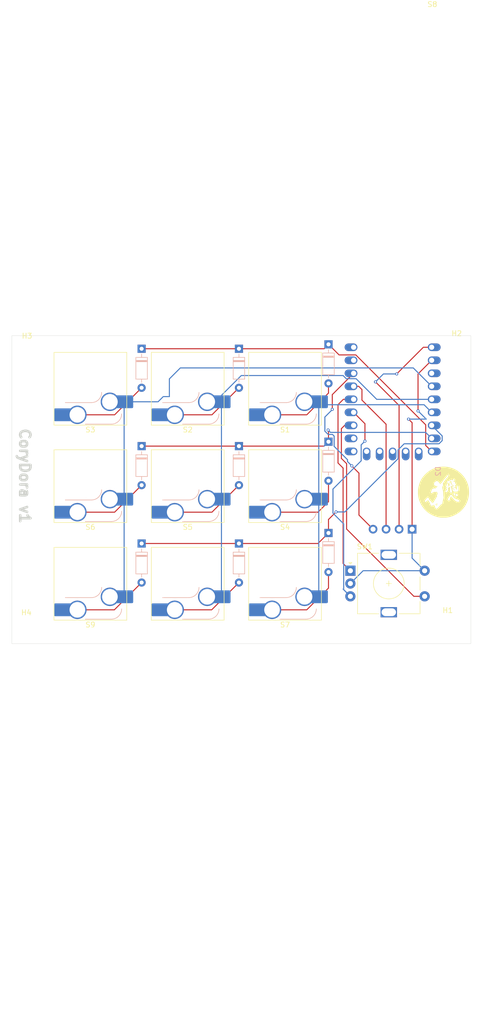
<source format=kicad_pcb>
(kicad_pcb (version 20240108) (generator "pcbnew") (generator_version "8.0")
  (layers (0 "F.Cu" signal) (31 "B.Cu" signal) (34 "B.Paste" user) (35 "F.Paste" user) (36 "B.SilkS" user "B.Silkscreen") (37 "F.SilkS" user "F.Silkscreen") (38 "B.Mask" user) (39 "F.Mask" user) (44 "Edge.Cuts" user))
  (net 0 "")
  (net 1 "Net-(D1-A)")
  (net 2 "ROW0")
  (net 3 "Net-(D2-A)")
  (net 4 "Net-(D3-A)")
  (net 5 "ROW1")
  (net 6 "Net-(D4-A)")
  (net 7 "Net-(D5-A)")
  (net 8 "Net-(D6-A)")
  (net 9 "ROW2")
  (net 10 "Net-(D7-A)")
  (net 11 "Net-(D8-A)")
  (net 12 "Net-(D9-A)")
  (net 13 "OLED_SDA")
  (net 14 "MCU_5V")
  (net 15 "OLED_SCL")
  (net 16 "GND")
  (net 17 "COLUMN0")
  (net 18 "COLUMN1")
  (net 19 "COLUMN2")
  (net 20 "ENCODER_A")
  (net 21 "ENCODER_B")
  (net 22 "ENCODER_SW")
  (footprint "Downloads:12" (layer "F.Cu") (at 165.5826 116.153662)
    (property "Reference" "G***" (hide yes))
    (property "Value" "LOGO" (hide yes))
  )
  (footprint "MountingHole:MountingHole_2.2mm_M2" (layer "F.Cu") (at 166.3954 142.417262)
    (property "Reference" "H1" (at 0 -3.2 0) (layer "F.SilkS"))
    (property "Value" "MountingHole")
    (pad "" np_thru_hole circle (at 0 0) (size 2.2 2.2) (drill 2.2) (layers "*.Cu" "*.Mask"))
  )
  (footprint "ScottoKeebs_Hotswap:Hotswap_MX_Plated_1.00u" (layer "F.Cu") (at 115.645 95.983262 180)
    (property "Reference" "S2" (at 0 -8 180) (layer "F.SilkS"))
    (property "Value" "Keyswitch")
    (pad "" np_thru_hole circle (at -5.08 0 180) (size 1.75 1.75) (drill 1.75) (layers "F&B.Cu" "*.Mask") (clearance 0.1))
    (pad "" np_thru_hole circle (at 0 0 180) (size 4 4) (drill 4) (layers "*.Cu" "*.Mask"))
    (pad "" np_thru_hole circle (at 5.08 0 180) (size 1.75 1.75) (drill 1.75) (layers "*.Cu" "*.Mask"))
    (pad "1" smd roundrect (at -6.585 -2.54 180) (size 3.55 2.5) (layers "B.Cu") (roundrect_rratio 0.1) (net 18 "COLUMN1"))
    (pad "1" thru_hole circle (at -3.81 -2.54 180) (size 3.6 3.6) (drill 3.05) (layers "*.Cu" "*.Mask") (net 18 "COLUMN1"))
    (pad "2" thru_hole circle (at 2.54 -5.08 180) (size 3.6 3.6) (drill 3.05) (layers "*.Cu" "*.Mask") (net 3 "Net-(D2-A)"))
    (pad "2" smd roundrect (at 5.32 -5.08 180) (size 3.55 2.5) (layers "B.Cu") (roundrect_rratio 0.1) (net 3 "Net-(D2-A)"))
  )
  (footprint "ScottoKeebs_Hotswap:Hotswap_MX_Plated_1.00u" (layer "F.Cu") (at 134.645 95.983262 180)
    (property "Reference" "S1" (at 0 -8 180) (layer "F.SilkS"))
    (property "Value" "Keyswitch")
    (pad "" np_thru_hole circle (at -5.08 0 180) (size 1.75 1.75) (drill 1.75) (layers "F&B.Cu" "*.Mask") (clearance 0.1))
    (pad "" np_thru_hole circle (at 0 0 180) (size 4 4) (drill 4) (layers "*.Cu" "*.Mask"))
    (pad "" np_thru_hole circle (at 5.08 0 180) (size 1.75 1.75) (drill 1.75) (layers "*.Cu" "*.Mask"))
    (pad "1" smd roundrect (at -6.585 -2.54 180) (size 3.55 2.5) (layers "B.Cu") (roundrect_rratio 0.1) (net 17 "COLUMN0"))
    (pad "1" thru_hole circle (at -3.81 -2.54 180) (size 3.6 3.6) (drill 3.05) (layers "*.Cu" "*.Mask") (net 17 "COLUMN0"))
    (pad "2" thru_hole circle (at 2.54 -5.08 180) (size 3.6 3.6) (drill 3.05) (layers "*.Cu" "*.Mask") (net 1 "Net-(D1-A)"))
    (pad "2" smd roundrect (at 5.32 -5.08 180) (size 3.55 2.5) (layers "B.Cu") (roundrect_rratio 0.1) (net 1 "Net-(D1-A)"))
  )
  (footprint "MountingHole:MountingHole_2.2mm_M2" (layer "F.Cu") (at 84.1502 142.849062)
    (property "Reference" "H4" (at 0 -3.2 0) (layer "F.SilkS"))
    (property "Value" "MountingHole")
    (pad "" np_thru_hole circle (at 0 0) (size 2.2 2.2) (drill 2.2) (layers "*.Cu" "*.Mask"))
  )
  (footprint "Rotary_Encoder:RotaryEncoder_Alps_EC11E-Switch_Vertical_H20mm" (layer "F.Cu") (at 147.395 131.483262)
    (property "Reference" "SW1" (at 2.8 -4.7 0) (layer "F.SilkS"))
    (property "Value" "RotaryEncoder_Switch")
    (pad "A" thru_hole rect (at 0 0) (size 2 2) (drill 1) (layers "*.Cu" "*.Mask") (net 20 "ENCODER_A"))
    (pad "B" thru_hole circle (at 0 5) (size 2 2) (drill 1) (layers "*.Cu" "*.Mask") (net 21 "ENCODER_B"))
    (pad "C" thru_hole circle (at 0 2.5) (size 2 2) (drill 1) (layers "*.Cu" "*.Mask") (net 16 "GND"))
    (pad "MP" thru_hole rect (at 7.5 -3.1) (size 3.2 2) (drill oval 2.8 1.5) (layers "*.Cu" "*.Mask"))
    (pad "MP" thru_hole rect (at 7.5 8.1) (size 3.2 2) (drill oval 2.8 1.5) (layers "*.Cu" "*.Mask"))
    (pad "S1" thru_hole circle (at 14.5 5) (size 2 2) (drill 1) (layers "*.Cu" "*.Mask") (net 22 "ENCODER_SW"))
    (pad "S2" thru_hole circle (at 14.5 0) (size 2 2) (drill 1) (layers "*.Cu" "*.Mask") (net 16 "GND"))
  )
  (footprint "ScottoKeebs_Hotswap:Hotswap_MX_Plated_1.00u" (layer "F.Cu") (at 96.645 95.983262 180)
    (property "Reference" "S3" (at 0 -8 180) (layer "F.SilkS"))
    (property "Value" "Keyswitch")
    (pad "" np_thru_hole circle (at -5.08 0 180) (size 1.75 1.75) (drill 1.75) (layers "F&B.Cu" "*.Mask") (clearance 0.1))
    (pad "" np_thru_hole circle (at 0 0 180) (size 4 4) (drill 4) (layers "*.Cu" "*.Mask"))
    (pad "" np_thru_hole circle (at 5.08 0 180) (size 1.75 1.75) (drill 1.75) (layers "*.Cu" "*.Mask"))
    (pad "1" smd roundrect (at -6.585 -2.54 180) (size 3.55 2.5) (layers "B.Cu") (roundrect_rratio 0.1) (net 19 "COLUMN2"))
    (pad "1" thru_hole circle (at -3.81 -2.54 180) (size 3.6 3.6) (drill 3.05) (layers "*.Cu" "*.Mask") (net 19 "COLUMN2"))
    (pad "2" thru_hole circle (at 2.54 -5.08 180) (size 3.6 3.6) (drill 3.05) (layers "*.Cu" "*.Mask") (net 4 "Net-(D3-A)"))
    (pad "2" smd roundrect (at 5.32 -5.08 180) (size 3.55 2.5) (layers "B.Cu") (roundrect_rratio 0.1) (net 4 "Net-(D3-A)"))
  )
  (footprint "MountingHole:MountingHole_2.2mm_M2" (layer "F.Cu") (at 84.2772 88.874062)
    (property "Reference" "H3" (at 0 -3.2 0) (layer "F.SilkS"))
    (property "Value" "MountingHole")
    (pad "" np_thru_hole circle (at 0 0) (size 2.2 2.2) (drill 2.2) (layers "*.Cu" "*.Mask"))
  )
  (footprint "ScottoKeebs_Hotswap:Hotswap_MX_Plated_1.00u" (layer "F.Cu") (at 115.645 134.033262 180)
    (property "Reference" "S8" (at -47.75 113.058262 180) (layer "F.SilkS"))
    (property "Value" "Keyswitch")
    (pad "" np_thru_hole circle (at -5.08 0 180) (size 1.75 1.75) (drill 1.75) (layers "F&B.Cu" "*.Mask") (clearance 0.1))
    (pad "" np_thru_hole circle (at 0 0 180) (size 4 4) (drill 4) (layers "*.Cu" "*.Mask"))
    (pad "" np_thru_hole circle (at 5.08 0 180) (size 1.75 1.75) (drill 1.75) (layers "*.Cu" "*.Mask"))
    (pad "1" smd roundrect (at -6.585 -2.54 180) (size 3.55 2.5) (layers "B.Cu") (roundrect_rratio 0.1) (net 18 "COLUMN1"))
    (pad "1" thru_hole circle (at -3.81 -2.54 180) (size 3.6 3.6) (drill 3.05) (layers "*.Cu" "*.Mask") (net 18 "COLUMN1"))
    (pad "2" thru_hole circle (at 2.54 -5.08 180) (size 3.6 3.6) (drill 3.05) (layers "*.Cu" "*.Mask") (net 11 "Net-(D8-A)"))
    (pad "2" smd roundrect (at 5.32 -5.08 180) (size 3.55 2.5) (layers "B.Cu") (roundrect_rratio 0.1) (net 11 "Net-(D8-A)"))
  )
  (footprint "ScottoKeebs_Hotswap:Hotswap_MX_Plated_1.00u" (layer "F.Cu") (at 96.645 114.983262 180)
    (property "Reference" "S6" (at 0 -8 180) (layer "F.SilkS"))
    (property "Value" "Keyswitch")
    (pad "" np_thru_hole circle (at -5.08 0 180) (size 1.75 1.75) (drill 1.75) (layers "F&B.Cu" "*.Mask") (clearance 0.1))
    (pad "" np_thru_hole circle (at 0 0 180) (size 4 4) (drill 4) (layers "*.Cu" "*.Mask"))
    (pad "" np_thru_hole circle (at 5.08 0 180) (size 1.75 1.75) (drill 1.75) (layers "*.Cu" "*.Mask"))
    (pad "1" smd roundrect (at -6.585 -2.54 180) (size 3.55 2.5) (layers "B.Cu") (roundrect_rratio 0.1) (net 19 "COLUMN2"))
    (pad "1" thru_hole circle (at -3.81 -2.54 180) (size 3.6 3.6) (drill 3.05) (layers "*.Cu" "*.Mask") (net 19 "COLUMN2"))
    (pad "2" thru_hole circle (at 2.54 -5.08 180) (size 3.6 3.6) (drill 3.05) (layers "*.Cu" "*.Mask") (net 8 "Net-(D6-A)"))
    (pad "2" smd roundrect (at 5.32 -5.08 180) (size 3.55 2.5) (layers "B.Cu") (roundrect_rratio 0.1) (net 8 "Net-(D6-A)"))
  )
  (footprint "ScottoKeebs_Hotswap:Hotswap_MX_Plated_1.00u" (layer "F.Cu") (at 96.645 134.033262 180)
    (property "Reference" "S9" (at 0 -8 180) (layer "F.SilkS"))
    (property "Value" "Keyswitch")
    (pad "" np_thru_hole circle (at -5.08 0 180) (size 1.75 1.75) (drill 1.75) (layers "F&B.Cu" "*.Mask") (clearance 0.1))
    (pad "" np_thru_hole circle (at 0 0 180) (size 4 4) (drill 4) (layers "*.Cu" "*.Mask"))
    (pad "" np_thru_hole circle (at 5.08 0 180) (size 1.75 1.75) (drill 1.75) (layers "*.Cu" "*.Mask"))
    (pad "1" smd roundrect (at -6.585 -2.54 180) (size 3.55 2.5) (layers "B.Cu") (roundrect_rratio 0.1) (net 19 "COLUMN2"))
    (pad "1" thru_hole circle (at -3.81 -2.54 180) (size 3.6 3.6) (drill 3.05) (layers "*.Cu" "*.Mask") (net 19 "COLUMN2"))
    (pad "2" thru_hole circle (at 2.54 -5.08 180) (size 3.6 3.6) (drill 3.05) (layers "*.Cu" "*.Mask") (net 12 "Net-(D9-A)"))
    (pad "2" smd roundrect (at 5.32 -5.08 180) (size 3.55 2.5) (layers "B.Cu") (roundrect_rratio 0.1) (net 12 "Net-(D9-A)"))
  )
  (footprint "ScottoKeebs_Hotswap:Hotswap_MX_Plated_1.00u" (layer "F.Cu") (at 134.645 114.983262 180)
    (property "Reference" "S4" (at 0 -8 180) (layer "F.SilkS"))
    (property "Value" "Keyswitch")
    (pad "" np_thru_hole circle (at -5.08 0 180) (size 1.75 1.75) (drill 1.75) (layers "F&B.Cu" "*.Mask") (clearance 0.1))
    (pad "" np_thru_hole circle (at 0 0 180) (size 4 4) (drill 4) (layers "*.Cu" "*.Mask"))
    (pad "" np_thru_hole circle (at 5.08 0 180) (size 1.75 1.75) (drill 1.75) (layers "*.Cu" "*.Mask"))
    (pad "1" smd roundrect (at -6.585 -2.54 180) (size 3.55 2.5) (layers "B.Cu") (roundrect_rratio 0.1) (net 17 "COLUMN0"))
    (pad "1" thru_hole circle (at -3.81 -2.54 180) (size 3.6 3.6) (drill 3.05) (layers "*.Cu" "*.Mask") (net 17 "COLUMN0"))
    (pad "2" thru_hole circle (at 2.54 -5.08 180) (size 3.6 3.6) (drill 3.05) (layers "*.Cu" "*.Mask") (net 6 "Net-(D4-A)"))
    (pad "2" smd roundrect (at 5.32 -5.08 180) (size 3.55 2.5) (layers "B.Cu") (roundrect_rratio 0.1) (net 6 "Net-(D4-A)"))
  )
  (footprint "ScottoKeebs_Hotswap:Hotswap_MX_Plated_1.00u" (layer "F.Cu") (at 134.645 134.033262 180)
    (property "Reference" "S7" (at 0 -8 180) (layer "F.SilkS"))
    (property "Value" "Keyswitch")
    (pad "" np_thru_hole circle (at -5.08 0 180) (size 1.75 1.75) (drill 1.75) (layers "F&B.Cu" "*.Mask") (clearance 0.1))
    (pad "" np_thru_hole circle (at 0 0 180) (size 4 4) (drill 4) (layers "*.Cu" "*.Mask"))
    (pad "" np_thru_hole circle (at 5.08 0 180) (size 1.75 1.75) (drill 1.75) (layers "*.Cu" "*.Mask"))
    (pad "1" smd roundrect (at -6.585 -2.54 180) (size 3.55 2.5) (layers "B.Cu") (roundrect_rratio 0.1) (net 17 "COLUMN0"))
    (pad "1" thru_hole circle (at -3.81 -2.54 180) (size 3.6 3.6) (drill 3.05) (layers "*.Cu" "*.Mask") (net 17 "COLUMN0"))
    (pad "2" thru_hole circle (at 2.54 -5.08 180) (size 3.6 3.6) (drill 3.05) (layers "*.Cu" "*.Mask") (net 10 "Net-(D7-A)"))
    (pad "2" smd roundrect (at 5.32 -5.08 180) (size 3.55 2.5) (layers "B.Cu") (roundrect_rratio 0.1) (net 10 "Net-(D7-A)"))
  )
  (footprint "ScottoKeebs_Components:OLED_128x32" (layer "F.Cu") (at 149.645 124.983262 90)
    (property "Reference" "J1" (hide yes))
    (property "Value" "OLED_128x32")
    (pad "1" thru_hole rect (at 1.6 9.8 270) (size 1.7 1.7) (drill 1) (layers "*.Cu" "*.Mask") (net 16 "GND"))
    (pad "2" thru_hole oval (at 1.6 7.26 270) (size 1.7 1.7) (drill 1) (layers "*.Cu" "*.Mask") (net 14 "MCU_5V"))
    (pad "3" thru_hole oval (at 1.6 4.72 270) (size 1.7 1.7) (drill 1) (layers "*.Cu" "*.Mask") (net 15 "OLED_SCL"))
    (pad "4" thru_hole oval (at 1.6 2.18 270) (size 1.7 1.7) (drill 1) (layers "*.Cu" "*.Mask") (net 13 "OLED_SDA"))
  )
  (footprint "MountingHole:MountingHole_2.2mm_M2" (layer "F.Cu") (at 168.148 88.391462)
    (property "Reference" "H2" (at 0 -3.2 0) (layer "F.SilkS"))
    (property "Value" "MountingHole")
    (pad "" np_thru_hole circle (at 0 0) (size 2.2 2.2) (drill 2.2) (layers "*.Cu" "*.Mask"))
  )
  (footprint "ScottoKeebs_Hotswap:Hotswap_MX_Plated_1.00u" (layer "F.Cu") (at 115.645 114.983262 180)
    (property "Reference" "S5" (at 0 -8 180) (layer "F.SilkS"))
    (property "Value" "Keyswitch")
    (pad "" np_thru_hole circle (at -5.08 0 180) (size 1.75 1.75) (drill 1.75) (layers "F&B.Cu" "*.Mask") (clearance 0.1))
    (pad "" np_thru_hole circle (at 0 0 180) (size 4 4) (drill 4) (layers "*.Cu" "*.Mask"))
    (pad "" np_thru_hole circle (at 5.08 0 180) (size 1.75 1.75) (drill 1.75) (layers "*.Cu" "*.Mask"))
    (pad "1" smd roundrect (at -6.585 -2.54 180) (size 3.55 2.5) (layers "B.Cu") (roundrect_rratio 0.1) (net 18 "COLUMN1"))
    (pad "1" thru_hole circle (at -3.81 -2.54 180) (size 3.6 3.6) (drill 3.05) (layers "*.Cu" "*.Mask") (net 18 "COLUMN1"))
    (pad "2" thru_hole circle (at 2.54 -5.08 180) (size 3.6 3.6) (drill 3.05) (layers "*.Cu" "*.Mask") (net 7 "Net-(D5-A)"))
    (pad "2" smd roundrect (at 5.32 -5.08 180) (size 3.55 2.5) (layers "B.Cu") (roundrect_rratio 0.1) (net 7 "Net-(D5-A)"))
  )
  (footprint "ScottoKeebs_Components:Diode_DO-35" (layer "B.Cu") (at 125.645 107.173262 -90)
    (property "Reference" "D5" (hide yes))
    (property "Value" "Diode" (hide yes))
    (pad "1" thru_hole rect (at 0 0 270) (size 1.6 1.6) (drill 0.8) (layers "*.Cu" "*.Mask") (net 5 "ROW1"))
    (pad "2" thru_hole oval (at 7.62 0 270) (size 1.6 1.6) (drill 0.8) (layers "*.Cu" "*.Mask") (net 7 "Net-(D5-A)"))
  )
  (footprint "ScottoKeebs_Components:Diode_DO-35" (layer "B.Cu") (at 143.125932 87.312816 -90)
    (property "Reference" "D1" (hide yes))
    (property "Value" "Diode" (hide yes))
    (pad "1" thru_hole rect (at 0 0 270) (size 1.6 1.6) (drill 0.8) (layers "*.Cu" "*.Mask") (net 2 "ROW0"))
    (pad "2" thru_hole oval (at 7.62 0 270) (size 1.6 1.6) (drill 0.8) (layers "*.Cu" "*.Mask") (net 1 "Net-(D1-A)"))
  )
  (footprint "ScottoKeebs_Components:Diode_DO-35" (layer "B.Cu") (at 106.645 107.173262 -90)
    (property "Reference" "D6" (hide yes))
    (property "Value" "Diode" (hide yes))
    (pad "1" thru_hole rect (at 0 0 270) (size 1.6 1.6) (drill 0.8) (layers "*.Cu" "*.Mask") (net 5 "ROW1"))
    (pad "2" thru_hole oval (at 7.62 0 270) (size 1.6 1.6) (drill 0.8) (layers "*.Cu" "*.Mask") (net 8 "Net-(D6-A)"))
  )
  (footprint "ScottoKeebs_Components:Diode_DO-35" (layer "B.Cu") (at 143.125932 124.122816 -90)
    (property "Reference" "D7" (hide yes))
    (property "Value" "Diode" (hide yes))
    (pad "1" thru_hole rect (at 0 0 270) (size 1.6 1.6) (drill 0.8) (layers "*.Cu" "*.Mask") (net 9 "ROW2"))
    (pad "2" thru_hole oval (at 7.62 0 270) (size 1.6 1.6) (drill 0.8) (layers "*.Cu" "*.Mask") (net 10 "Net-(D7-A)"))
  )
  (footprint "ScottoKeebs_Components:Diode_DO-35" (layer "B.Cu") (at 106.645 88.173262 -90)
    (property "Reference" "D3" (hide yes))
    (property "Value" "Diode" (hide yes))
    (pad "1" thru_hole rect (at 0 0 270) (size 1.6 1.6) (drill 0.8) (layers "*.Cu" "*.Mask") (net 2 "ROW0"))
    (pad "2" thru_hole oval (at 7.62 0 270) (size 1.6 1.6) (drill 0.8) (layers "*.Cu" "*.Mask") (net 4 "Net-(D3-A)"))
  )
  (footprint "ScottoKeebs_Components:Diode_DO-35" (layer "B.Cu") (at 125.645 126.173262 -90)
    (property "Reference" "D8" (hide yes))
    (property "Value" "Diode" (hide yes))
    (pad "1" thru_hole rect (at 0 0 270) (size 1.6 1.6) (drill 0.8) (layers "*.Cu" "*.Mask") (net 9 "ROW2"))
    (pad "2" thru_hole oval (at 7.62 0 270) (size 1.6 1.6) (drill 0.8) (layers "*.Cu" "*.Mask") (net 11 "Net-(D8-A)"))
  )
  (footprint "ScottoKeebs_Components:Diode_DO-35" (layer "B.Cu") (at 125.645 88.173262 -90)
    (property "Reference" "D2" (at 23.915 -38.883262 90) (layer "B.SilkS") (effects (justify mirror)))
    (property "Value" "Diode" (hide yes))
    (pad "1" thru_hole rect (at 0 0 270) (size 1.6 1.6) (drill 0.8) (layers "*.Cu" "*.Mask") (net 2 "ROW0"))
    (pad "2" thru_hole oval (at 7.62 0 270) (size 1.6 1.6) (drill 0.8) (layers "*.Cu" "*.Mask") (net 3 "Net-(D2-A)"))
  )
  (footprint "ScottoKeebs_Components:Diode_DO-35" (layer "B.Cu") (at 143.125932 106.312816 -90)
    (property "Reference" "D4" (hide yes))
    (property "Value" "Diode" (hide yes))
    (pad "1" thru_hole rect (at 0 0 270) (size 1.6 1.6) (drill 0.8) (layers "*.Cu" "*.Mask") (net 5 "ROW1"))
    (pad "2" thru_hole oval (at 7.62 0 270) (size 1.6 1.6) (drill 0.8) (layers "*.Cu" "*.Mask") (net 6 "Net-(D4-A)"))
  )
  (footprint "ScottoKeebs_MCU:RP2040_Zero" (layer "B.Cu") (at 155.645 98.047153 180)
    (property "Reference" "U1" (hide yes))
    (property "Value" "RP2040_Zero" (hide yes))
    (pad "1" thru_hole oval (at 7.62 10.16) (size 2.5 1.5) (drill 1 (offset -0.5 0)) (layers "*.Cu" "*.Mask"))
    (pad "2" thru_hole oval (at 7.62 7.62) (size 2.5 1.5) (drill 1 (offset -0.5 0)) (layers "*.Cu" "*.Mask"))
    (pad "3" thru_hole oval (at 7.62 5.08) (size 2.5 1.5) (drill 1 (offset -0.5 0)) (layers "*.Cu" "*.Mask") (net 13 "OLED_SDA"))
    (pad "4" thru_hole oval (at 7.62 2.54) (size 2.5 1.5) (drill 1 (offset -0.5 0)) (layers "*.Cu" "*.Mask") (net 15 "OLED_SCL"))
    (pad "5" thru_hole oval (at 7.62 0) (size 2.5 1.5) (drill 1 (offset -0.5 0)) (layers "*.Cu" "*.Mask") (net 20 "ENCODER_A"))
    (pad "6" thru_hole oval (at 7.62 -2.54) (size 2.5 1.5) (drill 1 (offset -0.5 0)) (layers "*.Cu" "*.Mask") (net 21 "ENCODER_B"))
    (pad "7" thru_hole oval (at 7.62 -5.08) (size 2.5 1.5) (drill 1 (offset -0.5 0)) (layers "*.Cu" "*.Mask") (net 22 "ENCODER_SW"))
    (pad "8" thru_hole oval (at 7.62 -7.62) (size 2.5 1.5) (drill 1 (offset -0.5 0)) (layers "*.Cu" "*.Mask"))
    (pad "9" thru_hole oval (at 7.62 -10.16) (size 2.5 1.5) (drill 1 (offset -0.5 0)) (layers "*.Cu" "*.Mask"))
    (pad "10" thru_hole oval (at 5.08 -10.16 90) (size 2.5 1.5) (drill 1 (offset -0.5 0)) (layers "*.Cu" "*.Mask"))
    (pad "11" thru_hole oval (at 2.54 -10.16 90) (size 2.5 1.5) (drill 1 (offset -0.5 0)) (layers "*.Cu" "*.Mask"))
    (pad "12" thru_hole oval (at 0 -10.16 90) (size 2.5 1.5) (drill 1 (offset -0.5 0)) (layers "*.Cu" "*.Mask"))
    (pad "13" thru_hole oval (at -2.54 -10.16 90) (size 2.5 1.5) (drill 1 (offset -0.5 0)) (layers "*.Cu" "*.Mask"))
    (pad "14" thru_hole oval (at -5.08 -10.16 90) (size 2.5 1.5) (drill 1 (offset -0.5 0)) (layers "*.Cu" "*.Mask"))
    (pad "15" thru_hole oval (at -7.62 -10.16 180) (size 2.5 1.5) (drill 1 (offset -0.5 0)) (layers "*.Cu" "*.Mask") (net 2 "ROW0"))
    (pad "16" thru_hole oval (at -7.62 -7.62 180) (size 2.5 1.5) (drill 1 (offset -0.5 0)) (layers "*.Cu" "*.Mask") (net 5 "ROW1"))
    (pad "17" thru_hole oval (at -7.62 -5.08 180) (size 2.5 1.5) (drill 1 (offset -0.5 0)) (layers "*.Cu" "*.Mask") (net 9 "ROW2"))
    (pad "18" thru_hole oval (at -7.62 -2.54 180) (size 2.5 1.5) (drill 1 (offset -0.5 0)) (layers "*.Cu" "*.Mask") (net 17 "COLUMN0"))
    (pad "19" thru_hole oval (at -7.62 0 180) (size 2.5 1.5) (drill 1 (offset -0.5 0)) (layers "*.Cu" "*.Mask") (net 18 "COLUMN1"))
    (pad "20" thru_hole oval (at -7.62 2.54 180) (size 2.5 1.5) (drill 1 (offset -0.5 0)) (layers "*.Cu" "*.Mask") (net 19 "COLUMN2"))
    (pad "21" thru_hole oval (at -7.62 5.08 180) (size 2.5 1.5) (drill 1 (offset -0.5 0)) (layers "*.Cu" "*.Mask"))
    (pad "22" thru_hole oval (at -7.62 7.62 180) (size 2.5 1.5) (drill 1 (offset -0.5 0)) (layers "*.Cu" "*.Mask") (net 16 "GND"))
    (pad "23" thru_hole oval (at -7.62 10.16 180) (size 2.5 1.5) (drill 1 (offset -0.5 0)) (layers "*.Cu" "*.Mask") (net 14 "MCU_5V"))
  )
  (footprint "ScottoKeebs_Components:Diode_DO-35" (layer "B.Cu") (at 106.645 126.173262 -90)
    (property "Reference" "D9" (hide yes))
    (property "Value" "Diode" (hide yes))
    (pad "1" thru_hole rect (at 0 0 270) (size 1.6 1.6) (drill 0.8) (layers "*.Cu" "*.Mask") (net 9 "ROW2"))
    (pad "2" thru_hole oval (at 7.62 0 270) (size 1.6 1.6) (drill 0.8) (layers "*.Cu" "*.Mask") (net 12 "Net-(D9-A)"))
  )
  (gr_rect (start 81.3054 85.622862) (end 170.9166 145.719262) (stroke (width 0.05)) (fill none) (layer "Edge.Cuts"))
  (gr_text "CoryDora v1" (at 82.677 103.479062 270) (layer "Edge.Cuts") (effects (font (size 2 2) (thickness 0.5) (bold yes)) (justify left bottom)))
  (segment (start 143.125932 94.932816) (end 143.125932 96.822179) (width 0.2) (layer "F.Cu") (net 1))
  (segment (start 138.884849 101.063262) (end 132.105 101.063262) (width 0.2) (layer "F.Cu") (net 1))
  (segment (start 143.125932 96.822179) (end 138.884849 101.063262) (width 0.2) (layer "F.Cu") (net 1))
  (segment (start 162.1028 103.020029) (end 162.1028 107.044953) (width 0.2) (layer "F.Cu") (net 2))
  (segment (start 148.459924 89.377153) (end 162.1028 103.020029) (width 0.2) (layer "F.Cu") (net 2))
  (segment (start 142.265486 88.173262) (end 143.125932 87.312816) (width 0.2) (layer "F.Cu") (net 2))
  (segment (start 106.645 88.173262) (end 125.645 88.173262) (width 0.2) (layer "F.Cu") (net 2))
  (segment (start 125.645 88.173262) (end 142.265486 88.173262) (width 0.2) (layer "F.Cu") (net 2))
  (segment (start 145.190269 89.377153) (end 148.459924 89.377153) (width 0.2) (layer "F.Cu") (net 2))
  (segment (start 143.125932 87.312816) (end 145.190269 89.377153) (width 0.2) (layer "F.Cu") (net 2))
  (segment (start 162.1028 107.044953) (end 163.265 108.207153) (width 0.2) (layer "F.Cu") (net 2))
  (segment (start 125.645 95.793262) (end 120.375 101.063262) (width 0.2) (layer "F.Cu") (net 3))
  (segment (start 120.375 101.063262) (end 113.105 101.063262) (width 0.2) (layer "F.Cu") (net 3))
  (segment (start 106.645 95.793262) (end 101.375 101.063262) (width 0.2) (layer "F.Cu") (net 4))
  (segment (start 101.375 101.063262) (end 94.105 101.063262) (width 0.2) (layer "F.Cu") (net 4))
  (segment (start 125.645 107.173262) (end 142.265486 107.173262) (width 0.2) (layer "F.Cu") (net 5))
  (segment (start 142.265486 107.173262) (end 143.125932 106.312816) (width 0.2) (layer "F.Cu") (net 5))
  (segment (start 143.125932 106.312816) (end 143.125932 104.110994) (width 0.2) (layer "F.Cu") (net 5))
  (segment (start 143.125932 104.110994) (end 143.0528 104.037862) (width 0.2) (layer "F.Cu") (net 5))
  (segment (start 106.645 107.173262) (end 125.645 107.173262) (width 0.2) (layer "F.Cu") (net 5))
  (via (at 143.0528 104.037862) (size 0.6) (drill 0.3) (layers "F.Cu" "B.Cu") (net 5))
  (segment (start 142.265486 107.173262) (end 143.125932 106.312816) (width 0.2) (layer "B.Cu") (net 5))
  (segment (start 143.51 104.495062) (end 162.092909 104.495062) (width 0.2) (layer "B.Cu") (net 5))
  (segment (start 143.0528 104.037862) (end 143.51 104.495062) (width 0.2) (layer "B.Cu") (net 5))
  (segment (start 162.092909 104.495062) (end 163.265 105.667153) (width 0.2) (layer "B.Cu") (net 5))
  (segment (start 132.105 120.063262) (end 138.884849 120.063262) (width 0.2) (layer "F.Cu") (net 6))
  (segment (start 138.884849 120.063262) (end 138.886849 120.065262) (width 0.2) (layer "F.Cu") (net 6))
  (segment (start 143.125932 118.01093) (end 143.125932 113.932816) (width 0.2) (layer "F.Cu") (net 6))
  (segment (start 138.886849 120.065262) (end 141.0716 120.065262) (width 0.2) (layer "F.Cu") (net 6))
  (segment (start 141.0716 120.065262) (end 143.125932 118.01093) (width 0.2) (layer "F.Cu") (net 6))
  (segment (start 125.645 114.793262) (end 120.375 120.063262) (width 0.2) (layer "F.Cu") (net 7))
  (segment (start 120.375 120.063262) (end 113.105 120.063262) (width 0.2) (layer "F.Cu") (net 7))
  (segment (start 101.375 120.063262) (end 94.105 120.063262) (width 0.2) (layer "F.Cu") (net 8))
  (segment (start 106.645 114.793262) (end 101.375 120.063262) (width 0.2) (layer "F.Cu") (net 8))
  (segment (start 106.645 126.173262) (end 125.645 126.173262) (width 0.2) (layer "F.Cu") (net 9))
  (segment (start 141.075486 126.173262) (end 143.125932 124.122816) (width 0.2) (layer "F.Cu") (net 9))
  (segment (start 143.125932 121.49073) (end 144.6022 120.014462) (width 0.2) (layer "F.Cu") (net 9))
  (segment (start 125.645 126.173262) (end 141.075486 126.173262) (width 0.2) (layer "F.Cu") (net 9))
  (segment (start 143.125932 124.122816) (end 143.125932 121.49073) (width 0.2) (layer "F.Cu") (net 9))
  (via (at 144.6022 120.014462) (size 0.6) (drill 0.3) (layers "F.Cu" "B.Cu") (net 9))
  (segment (start 144.6022 120.014462) (end 146.322615 120.014462) (width 0.2) (layer "B.Cu") (net 9))
  (segment (start 157.899509 106.717153) (end 164.699924 106.717153) (width 0.2) (layer "B.Cu") (net 9))
  (segment (start 156.695 109.642077) (end 156.695 107.921662) (width 0.2) (layer "B.Cu") (net 9))
  (segment (start 146.322615 120.014462) (end 156.695 109.642077) (width 0.2) (layer "B.Cu") (net 9))
  (segment (start 165.315 105.177153) (end 163.265 103.127153) (width 0.2) (layer "B.Cu") (net 9))
  (segment (start 165.315 106.102077) (end 165.315 105.177153) (width 0.2) (layer "B.Cu") (net 9))
  (segment (start 164.699924 106.717153) (end 165.315 106.102077) (width 0.2) (layer "B.Cu") (net 9))
  (segment (start 156.695 107.921662) (end 157.899509 106.717153) (width 0.2) (layer "B.Cu") (net 9))
  (segment (start 143.125932 131.742816) (end 143.125932 134.872179) (width 0.2) (layer "F.Cu") (net 10))
  (segment (start 143.125932 134.872179) (end 138.884849 139.113262) (width 0.2) (layer "F.Cu") (net 10))
  (segment (start 138.884849 139.113262) (end 132.105 139.113262) (width 0.2) (layer "F.Cu") (net 10))
  (segment (start 120.325 139.113262) (end 113.105 139.113262) (width 0.2) (layer "F.Cu") (net 11))
  (segment (start 125.645 133.793262) (end 120.325 139.113262) (width 0.2) (layer "F.Cu") (net 11))
  (segment (start 106.645 133.793262) (end 101.325 139.113262) (width 0.2) (layer "F.Cu") (net 12))
  (segment (start 101.325 139.113262) (end 94.105 139.113262) (width 0.2) (layer "F.Cu") (net 12))
  (segment (start 143.8656 97.126553) (end 148.025 92.967153) (width 0.2) (layer "F.Cu") (net 13))
  (segment (start 149.075 112.447662) (end 147.7772 111.149862) (width 0.2) (layer "F.Cu") (net 13))
  (segment (start 147.7772 111.149862) (end 147.7772 111.124462) (width 0.2) (layer "F.Cu") (net 13))
  (segment (start 147.7772 111.124462) (end 147.6756 111.022862) (width 0.2) (layer "F.Cu") (net 13))
  (segment (start 149.075 120.633262) (end 149.075 112.447662) (width 0.2) (layer "F.Cu") (net 13))
  (segment (start 151.825 123.383262) (end 149.075 120.633262) (width 0.2) (layer "F.Cu") (net 13))
  (segment (start 143.8656 99.999262) (end 143.8656 97.126553) (width 0.2) (layer "F.Cu") (net 13))
  (via (at 143.8656 99.999262) (size 0.6) (drill 0.3) (layers "F.Cu" "B.Cu") (net 13))
  (via (at 147.6756 111.022862) (size 0.6) (drill 0.3) (layers "F.Cu" "B.Cu") (net 13))
  (segment (start 147.6756 111.022862) (end 146.8374 110.184662) (width 0.2) (layer "B.Cu") (net 13))
  (segment (start 142.42 101.495662) (end 143.8656 100.050062) (width 0.2) (layer "B.Cu") (net 13))
  (segment (start 143.8656 100.050062) (end 143.8656 99.999262) (width 0.2) (layer "B.Cu") (net 13))
  (segment (start 143.061471 104.895062) (end 142.42 104.253591) (width 0.2) (layer "B.Cu") (net 13))
  (segment (start 142.42 104.253591) (end 142.42 101.495662) (width 0.2) (layer "B.Cu") (net 13))
  (segment (start 146.8374 109.829062) (end 144.225932 107.217594) (width 0.2) (layer "B.Cu") (net 13))
  (segment (start 144.225932 107.217594) (end 144.225932 105.212816) (width 0.2) (layer "B.Cu") (net 13))
  (segment (start 144.225932 105.212816) (end 143.908178 104.895062) (width 0.2) (layer "B.Cu") (net 13))
  (segment (start 146.8374 110.184662) (end 146.8374 109.829062) (width 0.2) (layer "B.Cu") (net 13))
  (segment (start 143.908178 104.895062) (end 143.061471 104.895062) (width 0.2) (layer "B.Cu") (net 13))
  (segment (start 156.4386 93.090462) (end 161.641909 87.887153) (width 0.2) (layer "F.Cu") (net 14))
  (segment (start 156.905 123.383262) (end 156.905 99.246462) (width 0.2) (layer "F.Cu") (net 14))
  (segment (start 156.905 99.246462) (end 152.2984 94.639862) (width 0.2) (layer "F.Cu") (net 14))
  (segment (start 161.641909 87.887153) (end 163.265 87.887153) (width 0.2) (layer "F.Cu") (net 14))
  (via (at 152.2984 94.639862) (size 0.6) (drill 0.3) (layers "F.Cu" "B.Cu") (net 14))
  (via (at 156.4386 93.090462) (size 0.6) (drill 0.3) (layers "F.Cu" "B.Cu") (net 14))
  (segment (start 152.2984 94.639862) (end 153.8478 93.090462) (width 0.2) (layer "B.Cu") (net 14))
  (segment (start 153.8478 93.090462) (end 156.4386 93.090462) (width 0.2) (layer "B.Cu") (net 14))
  (segment (start 154.365 102.902229) (end 149.6568 98.194029) (width 0.2) (layer "F.Cu") (net 15))
  (segment (start 154.365 123.383262) (end 154.365 102.902229) (width 0.2) (layer "F.Cu") (net 15))
  (segment (start 149.6568 96.138462) (end 149.025491 95.507153) (width 0.2) (layer "F.Cu") (net 15))
  (segment (start 149.6568 98.194029) (end 149.6568 96.138462) (width 0.2) (layer "F.Cu") (net 15))
  (segment (start 149.025491 95.507153) (end 148.025 95.507153) (width 0.2) (layer "F.Cu") (net 15))
  (segment (start 160.6042 100.304062) (end 160.6042 93.087953) (width 0.2) (layer "F.Cu") (net 16))
  (segment (start 159.445 102.599262) (end 158.75 101.904262) (width 0.2) (layer "F.Cu") (net 16))
  (segment (start 159.445 123.383262) (end 159.445 102.599262) (width 0.2) (layer "F.Cu") (net 16))
  (segment (start 160.6042 93.087953) (end 163.265 90.427153) (width 0.2) (layer "F.Cu") (net 16))
  (via (at 158.75 101.904262) (size 0.6) (drill 0.3) (layers "F.Cu" "B.Cu") (net 16))
  (via (at 160.6042 100.304062) (size 0.6) (drill 0.3) (layers "F.Cu" "B.Cu") (net 16))
  (segment (start 159.445 123.383262) (end 159.445 129.033262) (width 0.2) (layer "B.Cu") (net 16))
  (segment (start 161.895 131.483262) (end 149.895 131.483262) (width 0.2) (layer "B.Cu") (net 16))
  (segment (start 162.2044 101.904262) (end 160.6042 100.304062) (width 0.2) (layer "B.Cu") (net 16))
  (segment (start 158.75 101.904262) (end 162.2044 101.904262) (width 0.2) (layer "B.Cu") (net 16))
  (segment (start 149.895 131.483262) (end 147.395 133.983262) (width 0.2) (layer "B.Cu") (net 16))
  (segment (start 159.445 129.033262) (end 161.895 131.483262) (width 0.2) (layer "B.Cu") (net 16))
  (segment (start 141.23 98.523262) (end 141.23 117.523262) (width 0.2) (layer "B.Cu") (net 17))
  (segment (start 141.23 117.523262) (end 141.23 136.573262) (width 0.2) (layer "B.Cu") (net 17))
  (segment (start 141.23 98.523262) (end 141.803891 99.097153) (width 0.2) (layer "B.Cu") (net 17))
  (segment (start 141.803891 99.097153) (end 161.775 99.097153) (width 0.2) (layer "B.Cu") (net 17))
  (segment (start 161.775 99.097153) (end 163.265 100.587153) (width 0.2) (layer "B.Cu") (net 17))
  (segment (start 122.23 117.523262) (end 122.23 98.523262) (width 0.2) (layer "B.Cu") (net 18))
  (segment (start 148.509314 94.017153) (end 152.539314 98.047153) (width 0.2) (layer "B.Cu") (net 18))
  (segment (start 122.23 98.523262) (end 122.23 97.273262) (width 0.2) (layer "B.Cu") (net 18))
  (segment (start 146.590076 94.017153) (end 148.509314 94.017153) (width 0.2) (layer "B.Cu") (net 18))
  (segment (start 126.101185 93.402077) (end 145.975 93.402077) (width 0.2) (layer "B.Cu") (net 18))
  (segment (start 122.23 97.273262) (end 126.101185 93.402077) (width 0.2) (layer "B.Cu") (net 18))
  (segment (start 122.23 136.573262) (end 122.23 117.523262) (width 0.2) (layer "B.Cu") (net 18))
  (segment (start 152.539314 98.047153) (end 163.265 98.047153) (width 0.2) (layer "B.Cu") (net 18))
  (segment (start 145.975 93.402077) (end 146.590076 94.017153) (width 0.2) (layer "B.Cu") (net 18))
  (segment (start 114.203309 91.917153) (end 159.675 91.917153) (width 0.2) (layer "B.Cu") (net 19))
  (segment (start 159.675 91.917153) (end 163.265 95.507153) (width 0.2) (layer "B.Cu") (net 19))
  (segment (start 112.0648 94.055662) (end 114.203309 91.917153) (width 0.2) (layer "B.Cu") (net 19))
  (segment (start 109.8578 98.523262) (end 110.871 97.510062) (width 0.2) (layer "B.Cu") (net 19))
  (segment (start 103.23 117.523262) (end 103.23 136.573262) (width 0.2) (layer "B.Cu") (net 19))
  (segment (start 110.871 97.510062) (end 112.0648 97.510062) (width 0.2) (layer "B.Cu") (net 19))
  (segment (start 103.23 98.523262) (end 109.8578 98.523262) (width 0.2) (layer "B.Cu") (net 19))
  (segment (start 112.0648 97.510062) (end 112.0648 94.055662) (width 0.2) (layer "B.Cu") (net 19))
  (segment (start 103.23 98.523262) (end 103.23 117.523262) (width 0.2) (layer "B.Cu") (net 19))
  (segment (start 145.975 111.455862) (end 144.9832 110.464062) (width 0.2) (layer "F.Cu") (net 20))
  (segment (start 144.9832 110.464062) (end 144.9832 99.186462) (width 0.2) (layer "F.Cu") (net 20))
  (segment (start 147.395 131.483262) (end 145.975 130.063262) (width 0.2) (layer "F.Cu") (net 20))
  (segment (start 144.9832 99.186462) (end 144.9324 99.135662) (width 0.2) (layer "F.Cu") (net 20))
  (segment (start 144.9324 99.135662) (end 146.020909 98.047153) (width 0.2) (layer "F.Cu") (net 20))
  (segment (start 145.975 130.063262) (end 145.975 111.455862) (width 0.2) (layer "F.Cu") (net 20))
  (segment (start 146.020909 98.047153) (end 148.025 98.047153) (width 0.2) (layer "F.Cu") (net 20))
  (segment (start 150.241 102.803153) (end 148.025 100.587153) (width 0.2) (layer "F.Cu") (net 21))
  (segment (start 150.241 106.196862) (end 150.241 102.803153) (width 0.2) (layer "F.Cu") (net 21))
  (via (at 150.241 106.196862) (size 0.6) (drill 0.3) (layers "F.Cu" "B.Cu") (net 21))
  (segment (start 149.5044 110.042591) (end 149.5044 106.933462) (width 0.2) (layer "B.Cu") (net 21))
  (segment (start 149.5044 106.933462) (end 150.241 106.196862) (width 0.2) (layer "B.Cu") (net 21))
  (segment (start 147.395 136.483262) (end 146.095 135.183262) (width 0.2) (layer "B.Cu") (net 21))
  (segment (start 144.0022 120.262991) (end 144.0022 115.544791) (width 0.2) (layer "B.Cu") (net 21))
  (segment (start 147.395 136.483262) (end 145.975 135.063262) (width 0.2) (layer "B.Cu") (net 21))
  (segment (start 146.095 135.183262) (end 146.095 122.355791) (width 0.2) (layer "B.Cu") (net 21))
  (segment (start 146.095 122.355791) (end 144.0022 120.262991) (width 0.2) (layer "B.Cu") (net 21))
  (segment (start 144.0022 115.544791) (end 149.5044 110.042591) (width 0.2) (layer "B.Cu") (net 21))
  (segment (start 159.795 136.483262) (end 146.6596 123.347862) (width 0.2) (layer "F.Cu") (net 22))
  (segment (start 146.274909 103.127153) (end 148.025 103.127153) (width 0.2) (layer "F.Cu") (net 22))
  (segment (start 145.6436 103.758462) (end 146.274909 103.127153) (width 0.2) (layer "F.Cu") (net 22))
  (segment (start 145.6436 109.575062) (end 145.6436 103.758462) (width 0.2) (layer "F.Cu") (net 22))
  (segment (start 146.6596 110.591062) (end 145.6436 109.575062) (width 0.2) (layer "F.Cu") (net 22))
  (segment (start 161.895 136.483262) (end 159.795 136.483262) (width 0.2) (layer "F.Cu") (net 22))
  (segment (start 146.6596 123.347862) (end 146.6596 110.591062) (width 0.2) (layer "F.Cu") (net 22))
)
</source>
